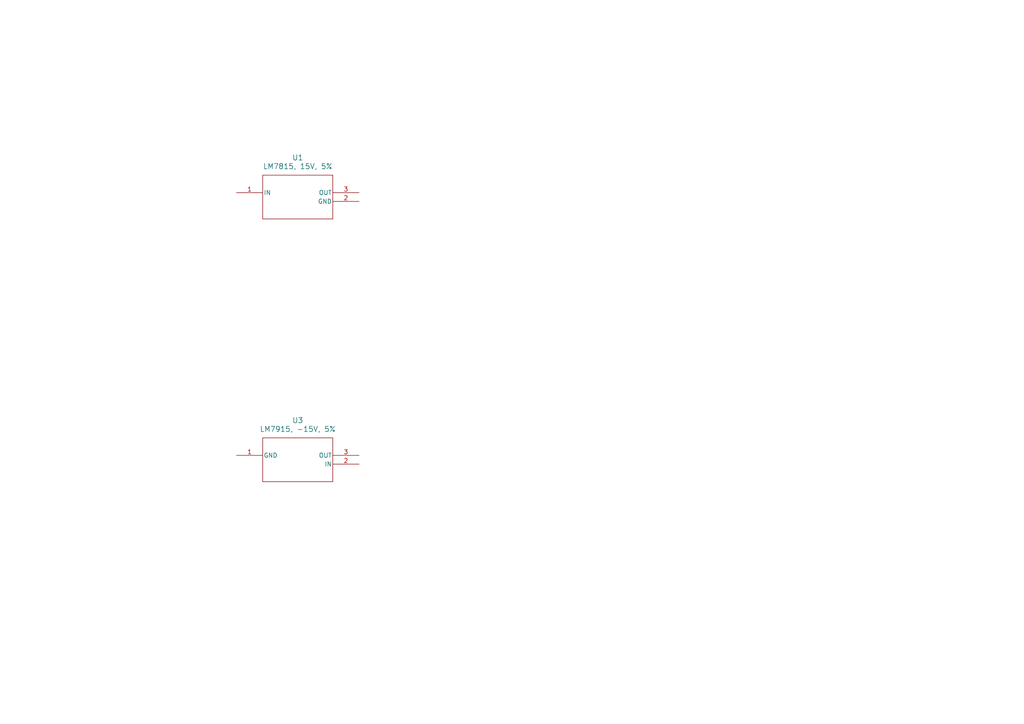
<source format=kicad_sch>
(kicad_sch (version 20250114) (generator "eeschema") (generator_version "9.0")
  (paper "A4")
  (lib_symbols
    (symbol "Vendor:LM78" (pin_names (offset 0.254))
      (property "Reference" "U" (at 18.034 9.652 0))
      (property "Value" "LM78" (at 18.034 7.112 0))
      (symbol "LM78_0_1"
        (rectangle (start 7.62 5.08) (end 27.94 -7.62))
        (pin power_in line (at 35.56 -2.54 180) (length 7.62) (name "GND") (number "2"))
      )
      (symbol "LM78_1_1"
        (pin input line (at 0 0 0) (length 7.62) (name "IN") (number "1"))
        (pin output line (at 35.56 0 180) (length 7.62) (name "OUT") (number "3"))
      )
    )
    (symbol "Vendor:LM79" (pin_names (offset 0.254))
      (property "Reference" "U" (at 18.034 9.652 0))
      (property "Value" "LM79" (at 18.034 7.112 0))
      (symbol "LM79_0_1"
        (rectangle (start 7.62 5.08) (end 27.94 -7.62))
        (pin power_in line (at 0 0 0) (length 7.62) (name "GND") (number "1"))
        (pin power_in line (at 35.56 0 180) (length 7.62) (name "OUT") (number "3"))
        (pin power_in line (at 35.56 -2.54 180) (length 7.62) (name "IN") (number "2"))
      )
    )
  )
  (symbol (lib_id "Vendor:LM78") (at 68.58 55.88 0) (unit 1)
    (property "Reference" "U1" (at 86.36 45.72 0) (effects (font (size 1.524 1.524))))
    (property "Value" "LM7815, 15V, 5%" (at 86.36 48.26 0) (effects (font (size 1.524 1.524))))
    (instances (project "" (path "" (reference "U1") (unit 1)) (path "" (reference "U2") (unit 1))))
  )
  (symbol (lib_id "Vendor:LM79") (at 68.58 132.08 0) (unit 1)
    (property "Reference" "U3" (at 86.36 121.92 0) (effects (font (size 1.524 1.524))))
    (property "Value" "LM7915, -15V, 5%" (at 86.36 124.46 0) (effects (font (size 1.524 1.524))))
    (instances (project "" (path "" (reference "U3") (unit 1)) (path "" (reference "U4") (unit 1))))
  )
)
</source>
